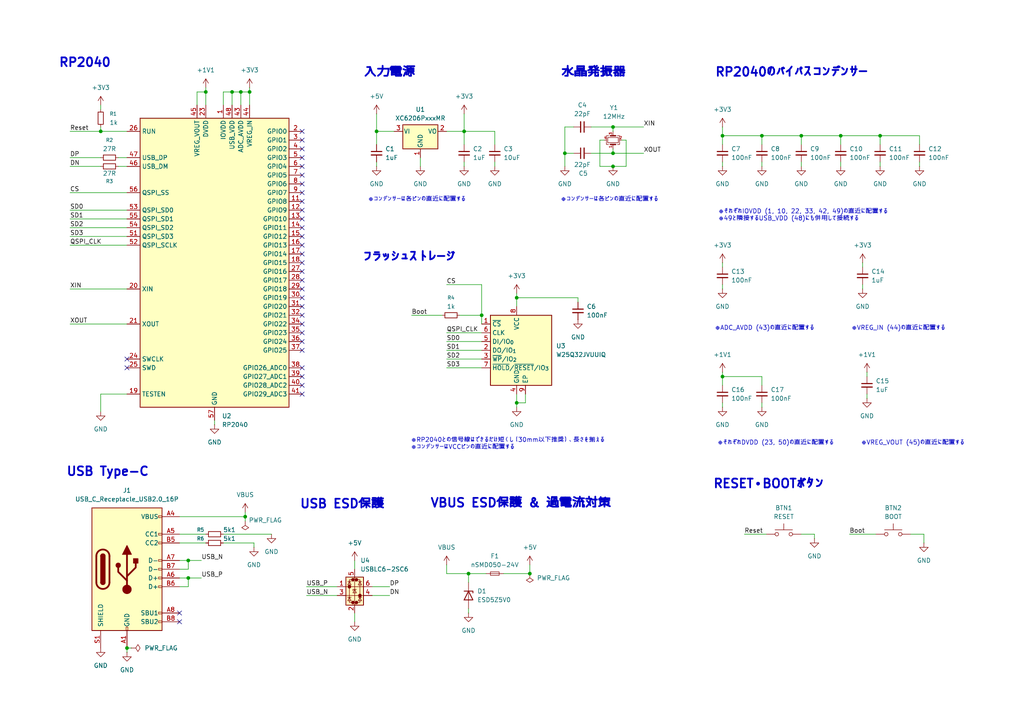
<source format=kicad_sch>
(kicad_sch (version 20250114) (generator "eeschema") (generator_version "9.0")
  (paper "A4")
  (title_block (title "キーボード開発用RP2040テンプレート"))
  (lib_symbols
    (symbol "Connector:USB_C_Receptacle_USB2.0_16P" (pin_names (offset 1.016))
      (property "Reference" "J" (at 0 22.225 0))
      (property "Value" "USB_C_Receptacle_USB2.0_16P" (at 0 19.685 0))
      (symbol "USB_C_Receptacle_USB2.0_16P_1_1"
        (pin passive line (at -7.62 -22.86 90) (length 5.08) (name "SHIELD") (number "S1"))
        (pin passive line (at 0 -22.86 90) (length 5.08) (name "GND") (number "A1"))
        (pin passive line (at 0 -22.86 90) (length 5.08) (hide yes) (name "GND") (number "A12"))
        (pin passive line (at 0 -22.86 90) (length 5.08) (hide yes) (name "GND") (number "B1"))
        (pin passive line (at 0 -22.86 90) (length 5.08) (hide yes) (name "GND") (number "B12"))
        (pin passive line (at 15.24 15.24 180) (length 5.08) (name "VBUS") (number "A4"))
        (pin passive line (at 15.24 15.24 180) (length 5.08) (hide yes) (name "VBUS") (number "A9"))
        (pin passive line (at 15.24 15.24 180) (length 5.08) (hide yes) (name "VBUS") (number "B4"))
        (pin passive line (at 15.24 15.24 180) (length 5.08) (hide yes) (name "VBUS") (number "B9"))
        (pin bidirectional line (at 15.24 10.16 180) (length 5.08) (name "CC1") (number "A5"))
        (pin bidirectional line (at 15.24 7.62 180) (length 5.08) (name "CC2") (number "B5"))
        (pin bidirectional line (at 15.24 2.54 180) (length 5.08) (name "D-") (number "A7"))
        (pin bidirectional line (at 15.24 0 180) (length 5.08) (name "D-") (number "B7"))
        (pin bidirectional line (at 15.24 -2.54 180) (length 5.08) (name "D+") (number "A6"))
        (pin bidirectional line (at 15.24 -5.08 180) (length 5.08) (name "D+") (number "B6"))
        (pin bidirectional line (at 15.24 -12.7 180) (length 5.08) (name "SBU1") (number "A8"))
        (pin bidirectional line (at 15.24 -15.24 180) (length 5.08) (name "SBU2") (number "B8"))
      )
    )
    (symbol "Device:C_Small" (pin_numbers (hide yes)) (pin_names (offset 0.254) (hide yes))
      (property "Reference" "C" (at 0.254 1.778 0))
      (property "Value" "C_Small" (at 0.254 -2.032 0))
      (symbol "C_Small_1_1"
        (pin passive line (at 0 2.54 270) (length 2.032) (name "~") (number "1"))
        (pin passive line (at 0 -2.54 90) (length 2.032) (name "~") (number "2"))
      )
    )
    (symbol "Device:Crystal_GND24_Small" (pin_names (offset 1.016) (hide yes))
      (property "Reference" "Y" (at 1.27 4.445 0))
      (property "Value" "Crystal_GND24_Small" (at 1.27 2.54 0))
      (symbol "Crystal_GND24_Small_1_1"
        (pin passive line (at -2.54 0 0) (length 1.27) (name "1") (number "1"))
        (pin passive line (at 0 2.54 270) (length 0.635) (name "4") (number "4"))
        (pin passive line (at 0 -2.54 90) (length 0.635) (name "2") (number "2"))
        (pin passive line (at 2.54 0 180) (length 1.27) (name "3") (number "3"))
      )
    )
    (symbol "Device:Fuse_Small" (pin_numbers (hide yes)) (pin_names (offset 0.254) (hide yes))
      (property "Reference" "F" (at 0 -1.524 0))
      (property "Value" "Fuse_Small" (at 0 1.524 0))
      (symbol "Fuse_Small_1_1"
        (pin passive line (at -2.54 0 0) (length 1.27) (name "~") (number "1"))
        (pin passive line (at 2.54 0 180) (length 1.27) (name "~") (number "2"))
      )
    )
    (symbol "Device:R_Small" (pin_numbers (hide yes)) (pin_names (offset 0.254) (hide yes))
      (property "Reference" "R" (at 0 0 90))
      (property "Value" "R_Small" (at 1.778 0 90))
      (symbol "R_Small_1_1"
        (pin passive line (at 0 2.54 270) (length 0.762) (name "~") (number "1"))
        (pin passive line (at 0 -2.54 90) (length 0.762) (name "~") (number "2"))
      )
    )
    (symbol "Diode:ESD5Zxx" (pin_numbers (hide yes)) (pin_names (hide yes))
      (property "Reference" "D" (at 0 2.54 0))
      (property "Value" "ESD5Zxx" (at 0 -2.54 0))
      (symbol "ESD5Zxx_1_1"
        (pin passive line (at -3.81 0 0) (length 2.54) (name "K") (number "1"))
        (pin passive line (at 3.81 0 180) (length 2.54) (name "A") (number "2"))
      )
    )
    (symbol "MCU_RaspberryPi:RP2040"
      (property "Reference" "U" (at 17.78 45.72 0))
      (property "Value" "RP2040" (at 17.78 43.18 0))
      (symbol "RP2040_1_1"
        (pin input line (at -25.4 38.1 0) (length 3.81) (name "RUN") (number "26"))
        (pin bidirectional line (at -25.4 30.48 0) (length 3.81) (name "USB_DP") (number "47"))
        (pin bidirectional line (at -25.4 27.94 0) (length 3.81) (name "USB_DM") (number "46"))
        (pin bidirectional line (at -25.4 20.32 0) (length 3.81) (name "QSPI_SS") (number "56"))
        (pin bidirectional line (at -25.4 15.24 0) (length 3.81) (name "QSPI_SD0") (number "53"))
        (pin bidirectional line (at -25.4 12.7 0) (length 3.81) (name "QSPI_SD1") (number "55"))
        (pin bidirectional line (at -25.4 10.16 0) (length 3.81) (name "QSPI_SD2") (number "54"))
        (pin bidirectional line (at -25.4 7.62 0) (length 3.81) (name "QSPI_SD3") (number "51"))
        (pin output line (at -25.4 5.08 0) (length 3.81) (name "QSPI_SCLK") (number "52"))
        (pin input line (at -25.4 -7.62 0) (length 3.81) (name "XIN") (number "20"))
        (pin passive line (at -25.4 -17.78 0) (length 3.81) (name "XOUT") (number "21"))
        (pin input line (at -25.4 -27.94 0) (length 3.81) (name "SWCLK") (number "24"))
        (pin bidirectional line (at -25.4 -30.48 0) (length 3.81) (name "SWD") (number "25"))
        (pin input line (at -25.4 -38.1 0) (length 3.81) (name "TESTEN") (number "19"))
        (pin power_out line (at -5.08 45.72 270) (length 3.81) (name "VREG_VOUT") (number "45"))
        (pin power_in line (at -2.54 45.72 270) (length 3.81) (name "DVDD") (number "23"))
        (pin passive line (at -2.54 45.72 270) (length 3.81) (hide yes) (name "DVDD") (number "50"))
        (pin power_in line (at 0 -45.72 90) (length 3.81) (name "GND") (number "57"))
        (pin power_in line (at 2.54 45.72 270) (length 3.81) (name "IOVDD") (number "1"))
        (pin passive line (at 2.54 45.72 270) (length 3.81) (hide yes) (name "IOVDD") (number "10"))
        (pin passive line (at 2.54 45.72 270) (length 3.81) (hide yes) (name "IOVDD") (number "22"))
        (pin passive line (at 2.54 45.72 270) (length 3.81) (hide yes) (name "IOVDD") (number "33"))
        (pin passive line (at 2.54 45.72 270) (length 3.81) (hide yes) (name "IOVDD") (number "42"))
        (pin passive line (at 2.54 45.72 270) (length 3.81) (hide yes) (name "IOVDD") (number "49"))
        (pin power_in line (at 5.08 45.72 270) (length 3.81) (name "USB_VDD") (number "48"))
        (pin power_in line (at 7.62 45.72 270) (length 3.81) (name "ADC_AVDD") (number "43"))
        (pin power_in line (at 10.16 45.72 270) (length 3.81) (name "VREG_IN") (number "44"))
        (pin bidirectional line (at 25.4 38.1 180) (length 3.81) (name "GPIO0") (number "2"))
        (pin bidirectional line (at 25.4 35.56 180) (length 3.81) (name "GPIO1") (number "3"))
        (pin bidirectional line (at 25.4 33.02 180) (length 3.81) (name "GPIO2") (number "4"))
        (pin bidirectional line (at 25.4 30.48 180) (length 3.81) (name "GPIO3") (number "5"))
        (pin bidirectional line (at 25.4 27.94 180) (length 3.81) (name "GPIO4") (number "6"))
        (pin bidirectional line (at 25.4 25.4 180) (length 3.81) (name "GPIO5") (number "7"))
        (pin bidirectional line (at 25.4 22.86 180) (length 3.81) (name "GPIO6") (number "8"))
        (pin bidirectional line (at 25.4 20.32 180) (length 3.81) (name "GPIO7") (number "9"))
        (pin bidirectional line (at 25.4 17.78 180) (length 3.81) (name "GPIO8") (number "11"))
        (pin bidirectional line (at 25.4 15.24 180) (length 3.81) (name "GPIO9") (number "12"))
        (pin bidirectional line (at 25.4 12.7 180) (length 3.81) (name "GPIO10") (number "13"))
        (pin bidirectional line (at 25.4 10.16 180) (length 3.81) (name "GPIO11") (number "14"))
        (pin bidirectional line (at 25.4 7.62 180) (length 3.81) (name "GPIO12") (number "15"))
        (pin bidirectional line (at 25.4 5.08 180) (length 3.81) (name "GPIO13") (number "16"))
        (pin bidirectional line (at 25.4 2.54 180) (length 3.81) (name "GPIO14") (number "17"))
        (pin bidirectional line (at 25.4 0 180) (length 3.81) (name "GPIO15") (number "18"))
        (pin bidirectional line (at 25.4 -2.54 180) (length 3.81) (name "GPIO16") (number "27"))
        (pin bidirectional line (at 25.4 -5.08 180) (length 3.81) (name "GPIO17") (number "28"))
        (pin bidirectional line (at 25.4 -7.62 180) (length 3.81) (name "GPIO18") (number "29"))
        (pin bidirectional line (at 25.4 -10.16 180) (length 3.81) (name "GPIO19") (number "30"))
        (pin bidirectional line (at 25.4 -12.7 180) (length 3.81) (name "GPIO20") (number "31"))
        (pin bidirectional line (at 25.4 -15.24 180) (length 3.81) (name "GPIO21") (number "32"))
        (pin bidirectional line (at 25.4 -17.78 180) (length 3.81) (name "GPIO22") (number "34"))
        (pin bidirectional line (at 25.4 -20.32 180) (length 3.81) (name "GPIO23") (number "35"))
        (pin bidirectional line (at 25.4 -22.86 180) (length 3.81) (name "GPIO24") (number "36"))
        (pin bidirectional line (at 25.4 -25.4 180) (length 3.81) (name "GPIO25") (number "37"))
        (pin bidirectional line (at 25.4 -30.48 180) (length 3.81) (name "GPIO26_ADC0") (number "38"))
        (pin bidirectional line (at 25.4 -33.02 180) (length 3.81) (name "GPIO27_ADC1") (number "39"))
        (pin bidirectional line (at 25.4 -35.56 180) (length 3.81) (name "GPIO28_ADC2") (number "40"))
        (pin bidirectional line (at 25.4 -38.1 180) (length 3.81) (name "GPIO29_ADC3") (number "41"))
      )
    )
    (symbol "Memory_Flash:W25Q32JVZP"
      (property "Reference" "U" (at -6.35 11.43 0))
      (property "Value" "W25Q32JVZP" (at 7.62 11.43 0))
      (symbol "W25Q32JVZP_1_1"
        (pin input line (at -10.16 7.62 0) (length 2.54) (name "~{CS}") (number "1"))
        (pin input line (at -10.16 5.08 0) (length 2.54) (name "CLK") (number "6"))
        (pin bidirectional line (at -10.16 2.54 0) (length 2.54) (name "DI/IO_{0}") (number "5"))
        (pin bidirectional line (at -10.16 0 0) (length 2.54) (name "DO/IO_{1}") (number "2"))
        (pin bidirectional line (at -10.16 -2.54 0) (length 2.54) (name "~{WP}/IO_{2}") (number "3"))
        (pin bidirectional line (at -10.16 -5.08 0) (length 2.54) (name "~{HOLD}/~{RESET}/IO_{3}") (number "7"))
        (pin power_in line (at 0 12.7 270) (length 2.54) (name "VCC") (number "8"))
        (pin power_in line (at 0 -12.7 90) (length 2.54) (name "GND") (number "4"))
        (pin passive line (at 2.54 -12.7 90) (length 2.54) (name "EP") (number "9"))
      )
    )
    (symbol "Power_Protection:USBLC6-2SC6" (pin_names (hide yes))
      (property "Reference" "U" (at 0.635 5.715 0))
      (property "Value" "USBLC6-2SC6" (at 0.635 3.81 0))
      (symbol "USBLC6-2SC6_1_1"
        (pin passive line (at -5.08 0 0) (length 2.54) (name "I/O1") (number "1"))
        (pin passive line (at -5.08 -2.54 0) (length 2.54) (name "I/O2") (number "3"))
        (pin passive line (at 0 5.08 270) (length 2.54) (name "VBUS") (number "5"))
        (pin passive line (at 0 -7.62 90) (length 2.54) (name "GND") (number "2"))
        (pin passive line (at 5.08 0 180) (length 2.54) (name "I/O1") (number "6"))
        (pin passive line (at 5.08 -2.54 180) (length 2.54) (name "I/O2") (number "4"))
      )
    )
    (symbol "Regulator_Linear:XC6206PxxxMR" (pin_names (offset 0.254))
      (property "Reference" "U" (at -3.81 3.175 0))
      (property "Value" "XC6206PxxxMR" (at 0 3.175 0))
      (symbol "XC6206PxxxMR_1_1"
        (pin power_in line (at -7.62 0 0) (length 2.54) (name "VI") (number "3"))
        (pin power_in line (at 0 -7.62 90) (length 2.54) (name "GND") (number "1"))
        (pin power_out line (at 7.62 0 180) (length 2.54) (name "VO") (number "2"))
      )
    )
    (symbol "Switch:SW_Push" (pin_numbers (hide yes)) (pin_names (offset 1.016) (hide yes))
      (property "Reference" "SW" (at 1.27 2.54 0))
      (property "Value" "SW_Push" (at 0 -1.524 0))
      (symbol "SW_Push_0_1"
        (pin passive line (at -5.08 0 0) (length 2.54) (name "1") (number "1"))
        (pin passive line (at 5.08 0 180) (length 2.54) (name "2") (number "2"))
      )
    )
    (symbol "power:+1V1" (power) (pin_numbers (hide yes)) (pin_names (offset 0) (hide yes))
      (property "Value" "+1V1" (at 0 3.556 0))
      (symbol "+1V1_1_1"
        (pin power_in line (at 0 0 90) (length 0) (name "~") (number "1"))
      )
    )
    (symbol "power:+3V3" (power) (pin_numbers (hide yes)) (pin_names (offset 0) (hide yes))
      (property "Value" "+3V3" (at 0 3.556 0))
      (symbol "+3V3_1_1"
        (pin power_in line (at 0 0 90) (length 0) (name "~") (number "1"))
      )
    )
    (symbol "power:+5V" (power) (pin_numbers (hide yes)) (pin_names (offset 0) (hide yes))
      (property "Value" "+5V" (at 0 3.556 0))
      (symbol "+5V_1_1"
        (pin power_in line (at 0 0 90) (length 0) (name "~") (number "1"))
      )
    )
    (symbol "power:GND" (power) (pin_numbers (hide yes)) (pin_names (offset 0) (hide yes))
      (property "Value" "GND" (at 0 -3.81 0))
      (symbol "GND_1_1"
        (pin power_in line (at 0 0 270) (length 0) (name "~") (number "1"))
      )
    )
    (symbol "power:PWR_FLAG" (power) (pin_numbers (hide yes)) (pin_names (offset 0) (hide yes))
      (property "Value" "PWR_FLAG" (at 0 3.81 0))
      (symbol "PWR_FLAG_0_0"
        (pin power_out line (at 0 0 90) (length 0) (name "~") (number "1"))
      )
    )
    (symbol "power:VBUS" (power) (pin_numbers (hide yes)) (pin_names (offset 0) (hide yes))
      (property "Value" "VBUS" (at 0 3.556 0))
      (symbol "VBUS_1_1"
        (pin power_in line (at 0 0 90) (length 0) (name "~") (number "1"))
      )
    )
  )
  (text "USB Type-C" (at 31.242 136.906 0) (effects (font (size 2.54 2.54) (thickness 0.508) (bold yes))))
  (text "※RP2040との信号線はできるだけ短くし（30mm以下推奨）、長さを揃える\n※コンデンサーはVCCピンの直近に配置する" (at 119.126 128.778 0) (effects (font (size 1.27 1.27)) (justify left)))
  (text "※コンデンサーは各ピンの直近に配置する" (at 176.784 57.912 0) (effects (font (size 1.27 1.27))))
  (text "USB ESD保護" (at 99.314 146.304 0) (effects (font (size 2.54 2.54) (thickness 0.508) (bold yes))))
  (text "入力電源" (at 113.03 21.082 0) (effects (font (size 2.54 2.54) (thickness 0.508) (bold yes))))
  (text "※VREG_IN (44)の直近に配置する" (at 246.888 95.25 0) (effects (font (size 1.27 1.27)) (justify left)))
  (text "VBUS ESD保護 & 過電流対策" (at 151.13 146.05 0) (effects (font (size 2.54 2.54) (thickness 0.508) (bold yes))))
  (text "RP2040" (at 24.638 18.288 0) (effects (font (size 2.54 2.54) (thickness 0.508) (bold yes))))
  (text "RP2040のバイパスコンデンサー" (at 229.616 21.082 0) (effects (font (size 2.54 2.54) (thickness 0.508) (bold yes))))
  (text "RESET・BOOTボタン" (at 223.012 140.462 0) (effects (font (size 2.54 2.54) (thickness 0.508) (bold yes))))
  (text "※それぞれDVDD (23, 50)の直近に配置する" (at 208.026 128.524 0) (effects (font (size 1.27 1.27)) (justify left)))
  (text "※VREG_VOUT (45)の直近に配置する" (at 249.682 128.524 0) (effects (font (size 1.27 1.27)) (justify left)))
  (text "※ADC_AVDD (43)の直近に配置する" (at 207.264 95.25 0) (effects (font (size 1.27 1.27)) (justify left)))
  (text "フラッシュストレージ" (at 118.618 74.676 0) (effects (font (size 2.54 2.54) (thickness 0.508) (bold yes))))
  (text "水晶発振器" (at 172.212 21.082 0) (effects (font (size 2.54 2.54) (thickness 0.508) (bold yes))))
  (text "※それぞれIOVDD (1, 10, 22, 33, 42, 49)の直近に配置する\n※49と隣接するUSB_VDD (48)にも併用して接続する" (at 208.28 62.484 0) (effects (font (size 1.27 1.27)) (justify left)))
  (text "※コンデンサーは各ピンの直近に配置する" (at 120.904 57.912 0) (effects (font (size 1.27 1.27))))
  (junction (at 134.62 38.1))
  (junction (at 177.8 48.26))
  (junction (at 153.67 166.37))
  (junction (at 71.12 149.86))
  (junction (at 139.7 91.44))
  (junction (at 59.69 26.67))
  (junction (at 209.55 39.37))
  (junction (at 54.61 162.56))
  (junction (at 163.83 44.45))
  (junction (at 243.84 39.37))
  (junction (at 54.61 167.64))
  (junction (at 109.22 38.1))
  (junction (at 232.41 39.37))
  (junction (at 149.86 116.84))
  (junction (at 220.98 39.37))
  (junction (at 72.39 26.67))
  (junction (at 255.27 39.37))
  (junction (at 149.86 86.36))
  (junction (at 177.8 44.45))
  (junction (at 177.8 36.83))
  (junction (at 67.31 26.67))
  (junction (at 29.21 38.1))
  (junction (at 209.55 109.22))
  (junction (at 36.83 187.96))
  (junction (at 69.85 26.67))
  (junction (at 135.89 166.37))
  (no_connect (at 87.63 38.1))
  (no_connect (at 87.63 40.64))
  (no_connect (at 87.63 106.68))
  (no_connect (at 87.63 91.44))
  (no_connect (at 87.63 63.5))
  (no_connect (at 87.63 111.76))
  (no_connect (at 87.63 86.36))
  (no_connect (at 87.63 71.12))
  (no_connect (at 36.83 106.68))
  (no_connect (at 36.83 104.14))
  (no_connect (at 87.63 55.88))
  (no_connect (at 87.63 60.96))
  (no_connect (at 87.63 68.58))
  (no_connect (at 87.63 58.42))
  (no_connect (at 87.63 109.22))
  (no_connect (at 87.63 88.9))
  (no_connect (at 87.63 83.82))
  (no_connect (at 87.63 93.98))
  (no_connect (at 52.07 177.8))
  (no_connect (at 87.63 76.2))
  (no_connect (at 87.63 43.18))
  (no_connect (at 87.63 81.28))
  (no_connect (at 87.63 73.66))
  (no_connect (at 87.63 114.3))
  (no_connect (at 87.63 53.34))
  (no_connect (at 87.63 45.72))
  (no_connect (at 87.63 96.52))
  (no_connect (at 87.63 99.06))
  (no_connect (at 87.63 50.8))
  (no_connect (at 87.63 101.6))
  (no_connect (at 87.63 78.74))
  (no_connect (at 87.63 48.26))
  (no_connect (at 52.07 180.34))
  (no_connect (at 87.63 66.04))
  (wire (pts (xy 129.54 99.06) (xy 139.7 99.06)))
  (wire (pts (xy 20.32 83.82) (xy 36.83 83.82)))
  (wire (pts (xy 54.61 162.56) (xy 52.07 162.56)))
  (wire (pts (xy 129.54 82.55) (xy 139.7 82.55)))
  (wire (pts (xy 129.54 101.6) (xy 139.7 101.6)))
  (wire (pts (xy 177.8 44.45) (xy 177.8 43.18)))
  (wire (pts (xy 88.9 172.72) (xy 97.79 172.72)))
  (wire (pts (xy 173.99 48.26) (xy 177.8 48.26)))
  (wire (pts (xy 71.12 148.59) (xy 71.12 149.86)))
  (wire (pts (xy 134.62 41.91) (xy 134.62 38.1)))
  (wire (pts (xy 153.67 163.83) (xy 153.67 166.37)))
  (wire (pts (xy 209.55 76.2) (xy 209.55 77.47)))
  (wire (pts (xy 149.86 86.36) (xy 149.86 88.9)))
  (wire (pts (xy 209.55 118.11) (xy 209.55 116.84)))
  (wire (pts (xy 69.85 26.67) (xy 67.31 26.67)))
  (wire (pts (xy 129.54 106.68) (xy 139.7 106.68)))
  (wire (pts (xy 64.77 26.67) (xy 64.77 30.48)))
  (wire (pts (xy 29.21 30.48) (xy 29.21 31.75)))
  (wire (pts (xy 72.39 25.4) (xy 72.39 26.67)))
  (wire (pts (xy 220.98 48.26) (xy 220.98 46.99)))
  (wire (pts (xy 220.98 39.37) (xy 232.41 39.37)))
  (wire (pts (xy 59.69 26.67) (xy 57.15 26.67)))
  (wire (pts (xy 246.38 154.94) (xy 254 154.94)))
  (wire (pts (xy 177.8 48.26) (xy 181.61 48.26)))
  (wire (pts (xy 67.31 26.67) (xy 64.77 26.67)))
  (wire (pts (xy 209.55 48.26) (xy 209.55 46.99)))
  (wire (pts (xy 102.87 180.34) (xy 102.87 177.8)))
  (wire (pts (xy 71.12 151.13) (xy 71.12 149.86)))
  (wire (pts (xy 220.98 118.11) (xy 220.98 116.84)))
  (wire (pts (xy 134.62 48.26) (xy 134.62 46.99)))
  (wire (pts (xy 54.61 167.64) (xy 52.07 167.64)))
  (wire (pts (xy 149.86 116.84) (xy 149.86 114.3)))
  (wire (pts (xy 135.89 168.91) (xy 135.89 166.37)))
  (wire (pts (xy 134.62 33.02) (xy 134.62 38.1)))
  (wire (pts (xy 102.87 162.56) (xy 102.87 165.1)))
  (wire (pts (xy 29.21 36.83) (xy 29.21 38.1)))
  (wire (pts (xy 149.86 118.11) (xy 149.86 116.84)))
  (wire (pts (xy 152.4 116.84) (xy 149.86 116.84)))
  (wire (pts (xy 163.83 44.45) (xy 163.83 36.83)))
  (wire (pts (xy 215.9 154.94) (xy 222.25 154.94)))
  (wire (pts (xy 29.21 114.3) (xy 36.83 114.3)))
  (wire (pts (xy 209.55 82.55) (xy 209.55 83.82)))
  (wire (pts (xy 173.99 40.64) (xy 173.99 48.26)))
  (wire (pts (xy 135.89 177.8) (xy 135.89 176.53)))
  (wire (pts (xy 52.07 170.18) (xy 54.61 170.18)))
  (wire (pts (xy 255.27 39.37) (xy 255.27 41.91)))
  (wire (pts (xy 209.55 109.22) (xy 220.98 109.22)))
  (wire (pts (xy 109.22 38.1) (xy 114.3 38.1)))
  (wire (pts (xy 251.46 107.95) (xy 251.46 109.22)))
  (wire (pts (xy 121.92 48.26) (xy 121.92 45.72)))
  (wire (pts (xy 52.07 157.48) (xy 59.69 157.48)))
  (wire (pts (xy 88.9 170.18) (xy 97.79 170.18)))
  (wire (pts (xy 143.51 38.1) (xy 143.51 41.91)))
  (wire (pts (xy 129.54 163.83) (xy 129.54 166.37)))
  (wire (pts (xy 243.84 39.37) (xy 243.84 41.91)))
  (wire (pts (xy 20.32 48.26) (xy 29.21 48.26)))
  (wire (pts (xy 20.32 60.96) (xy 36.83 60.96)))
  (wire (pts (xy 163.83 48.26) (xy 163.83 44.45)))
  (wire (pts (xy 38.1 187.96) (xy 36.83 187.96)))
  (wire (pts (xy 62.23 123.19) (xy 62.23 121.92)))
  (wire (pts (xy 186.69 44.45) (xy 177.8 44.45)))
  (wire (pts (xy 186.69 36.83) (xy 177.8 36.83)))
  (wire (pts (xy 220.98 109.22) (xy 220.98 111.76)))
  (wire (pts (xy 209.55 111.76) (xy 209.55 109.22)))
  (wire (pts (xy 73.66 157.48) (xy 73.66 158.75)))
  (wire (pts (xy 20.32 93.98) (xy 36.83 93.98)))
  (wire (pts (xy 236.22 154.94) (xy 232.41 154.94)))
  (wire (pts (xy 163.83 36.83) (xy 166.37 36.83)))
  (wire (pts (xy 209.55 39.37) (xy 220.98 39.37)))
  (wire (pts (xy 34.29 48.26) (xy 36.83 48.26)))
  (wire (pts (xy 20.32 55.88) (xy 36.83 55.88)))
  (wire (pts (xy 52.07 165.1) (xy 54.61 165.1)))
  (wire (pts (xy 36.83 189.23) (xy 36.83 187.96)))
  (wire (pts (xy 29.21 38.1) (xy 36.83 38.1)))
  (wire (pts (xy 109.22 33.02) (xy 109.22 38.1)))
  (wire (pts (xy 255.27 48.26) (xy 255.27 46.99)))
  (wire (pts (xy 139.7 82.55) (xy 139.7 91.44)))
  (wire (pts (xy 72.39 26.67) (xy 72.39 30.48)))
  (wire (pts (xy 267.97 157.48) (xy 267.97 154.94)))
  (wire (pts (xy 209.55 109.22) (xy 209.55 107.95)))
  (wire (pts (xy 250.19 76.2) (xy 250.19 77.47)))
  (wire (pts (xy 177.8 36.83) (xy 177.8 38.1)))
  (wire (pts (xy 149.86 86.36) (xy 167.64 86.36)))
  (wire (pts (xy 119.38 91.44) (xy 128.27 91.44)))
  (wire (pts (xy 59.69 25.4) (xy 59.69 26.67)))
  (wire (pts (xy 20.32 66.04) (xy 36.83 66.04)))
  (wire (pts (xy 20.32 45.72) (xy 29.21 45.72)))
  (wire (pts (xy 64.77 157.48) (xy 73.66 157.48)))
  (wire (pts (xy 34.29 45.72) (xy 36.83 45.72)))
  (wire (pts (xy 129.54 166.37) (xy 135.89 166.37)))
  (wire (pts (xy 267.97 154.94) (xy 264.16 154.94)))
  (wire (pts (xy 266.7 48.26) (xy 266.7 46.99)))
  (wire (pts (xy 209.55 39.37) (xy 209.55 36.83)))
  (wire (pts (xy 149.86 85.09) (xy 149.86 86.36)))
  (wire (pts (xy 59.69 26.67) (xy 59.69 30.48)))
  (wire (pts (xy 243.84 39.37) (xy 255.27 39.37)))
  (wire (pts (xy 152.4 114.3) (xy 152.4 116.84)))
  (wire (pts (xy 20.32 71.12) (xy 36.83 71.12)))
  (wire (pts (xy 167.64 86.36) (xy 167.64 87.63)))
  (wire (pts (xy 251.46 114.3) (xy 251.46 115.57)))
  (wire (pts (xy 243.84 48.26) (xy 243.84 46.99)))
  (wire (pts (xy 59.69 154.94) (xy 52.07 154.94)))
  (wire (pts (xy 153.67 166.37) (xy 146.05 166.37)))
  (wire (pts (xy 113.03 172.72) (xy 107.95 172.72)))
  (wire (pts (xy 232.41 39.37) (xy 232.41 41.91)))
  (wire (pts (xy 54.61 167.64) (xy 54.61 170.18)))
  (wire (pts (xy 171.45 44.45) (xy 177.8 44.45)))
  (wire (pts (xy 72.39 26.67) (xy 69.85 26.67)))
  (wire (pts (xy 52.07 149.86) (xy 71.12 149.86)))
  (wire (pts (xy 58.42 167.64) (xy 54.61 167.64)))
  (wire (pts (xy 163.83 44.45) (xy 166.37 44.45)))
  (wire (pts (xy 236.22 156.21) (xy 236.22 154.94)))
  (wire (pts (xy 129.54 96.52) (xy 139.7 96.52)))
  (wire (pts (xy 134.62 38.1) (xy 143.51 38.1)))
  (wire (pts (xy 113.03 170.18) (xy 107.95 170.18)))
  (wire (pts (xy 54.61 162.56) (xy 54.61 165.1)))
  (wire (pts (xy 109.22 48.26) (xy 109.22 46.99)))
  (wire (pts (xy 175.26 40.64) (xy 173.99 40.64)))
  (wire (pts (xy 20.32 68.58) (xy 36.83 68.58)))
  (wire (pts (xy 266.7 39.37) (xy 266.7 41.91)))
  (wire (pts (xy 139.7 91.44) (xy 139.7 93.98)))
  (wire (pts (xy 57.15 26.67) (xy 57.15 30.48)))
  (wire (pts (xy 181.61 40.64) (xy 180.34 40.64)))
  (wire (pts (xy 133.35 91.44) (xy 139.7 91.44)))
  (wire (pts (xy 232.41 48.26) (xy 232.41 46.99)))
  (wire (pts (xy 109.22 41.91) (xy 109.22 38.1)))
  (wire (pts (xy 129.54 104.14) (xy 139.7 104.14)))
  (wire (pts (xy 181.61 48.26) (xy 181.61 40.64)))
  (wire (pts (xy 171.45 36.83) (xy 177.8 36.83)))
  (wire (pts (xy 58.42 162.56) (xy 54.61 162.56)))
  (wire (pts (xy 143.51 48.26) (xy 143.51 46.99)))
  (wire (pts (xy 29.21 119.38) (xy 29.21 114.3)))
  (wire (pts (xy 69.85 26.67) (xy 69.85 30.48)))
  (wire (pts (xy 135.89 166.37) (xy 140.97 166.37)))
  (wire (pts (xy 209.55 41.91) (xy 209.55 39.37)))
  (wire (pts (xy 134.62 38.1) (xy 129.54 38.1)))
  (wire (pts (xy 250.19 82.55) (xy 250.19 83.82)))
  (wire (pts (xy 232.41 39.37) (xy 243.84 39.37)))
  (wire (pts (xy 67.31 26.67) (xy 67.31 30.48)))
  (wire (pts (xy 220.98 39.37) (xy 220.98 41.91)))
  (wire (pts (xy 64.77 154.94) (xy 78.74 154.94)))
  (wire (pts (xy 255.27 39.37) (xy 266.7 39.37)))
  (wire (pts (xy 20.32 63.5) (xy 36.83 63.5)))
  (wire (pts (xy 20.32 38.1) (xy 29.21 38.1)))
  (label "DP" (at 20.32 45.72 0))
  (label "QSPI_CLK" (at 20.32 71.12 0))
  (label "SD0" (at 20.32 60.96 0))
  (label "QSPI_CLK" (at 129.54 96.52 0))
  (label "XIN" (at 20.32 83.82 0) (effects (font (thickness 0.1588))))
  (label "SD2" (at 129.54 104.14 0))
  (label "SD1" (at 20.32 63.5 0))
  (label "SD0" (at 129.54 99.06 0))
  (label "SD2" (at 20.32 66.04 0))
  (label "CS" (at 20.32 55.88 0))
  (label "DN" (at 20.32 48.26 0))
  (label "SD1" (at 129.54 101.6 0))
  (label "USB_N" (at 88.9 172.72 0))
  (label "Boot" (at 119.38 91.44 0))
  (label "USB_N" (at 58.42 162.56 0))
  (label "SD3" (at 20.32 68.58 0))
  (label "Reset" (at 215.9 154.94 0))
  (label "XOUT" (at 20.32 93.98 0) (effects (font (thickness 0.1588))))
  (label "XIN" (at 186.69 36.83 0) (effects (font (thickness 0.1588))))
  (label "USB_P" (at 58.42 167.64 0))
  (label "USB_P" (at 88.9 170.18 0))
  (label "CS" (at 129.54 82.55 0))
  (label "Boot" (at 246.38 154.94 0))
  (label "XOUT" (at 186.69 44.45 0) (effects (font (thickness 0.1588))))
  (label "Reset" (at 20.32 38.1 0))
  (label "DP" (at 113.03 170.18 0))
  (label "DN" (at 113.03 172.72 0))
  (label "SD3" (at 129.54 106.68 0))
  (symbol (lib_id "Device:C_Small") (at 220.98 114.3 0) (unit 1)
    (property "Reference" "C17" (at 223.52 113.0362 0) (effects (justify left)))
    (property "Value" "100nF" (at 223.52 115.5762 0) (effects (justify left)))
    (property "Footprint" "Capacitor_SMD:C_0402_1005Metric" (effects (hide yes)))
    (property "Description" "Unpolarized capacitor, small symbol" (effects (hide yes)))
    (property "LCSC" "C1525" (effects (hide yes)))
    (property "MPN" "CL05B104KO5NNNC" (effects (hide yes)))
  )
  (symbol (lib_id "power:GND") (at 236.22 156.21 0) (unit 1)
    (property "Reference" "#PWR037" (effects (hide yes)))
    (property "Value" "GND" (at 236.22 161.29 0))
    (property "Description" "Power symbol creates a global label with name \"GND\" , ground" (effects (hide yes)))
  )
  (symbol (lib_id "power:GND") (at 36.83 189.23 0) (unit 1)
    (property "Reference" "#PWR041" (effects (hide yes)))
    (property "Value" "GND" (at 36.83 194.31 0))
    (property "Description" "Power symbol creates a global label with name \"GND\" , ground" (effects (hide yes)))
  )
  (symbol (lib_id "power:PWR_FLAG") (at 38.1 187.96 270) (unit 1)
    (property "Reference" "#FLG03" (effects (hide yes)))
    (property "Value" "PWR_FLAG" (at 41.91 187.9599 90) (effects (justify left)))
    (property "Description" "Special symbol for telling ERC where power comes from" (effects (hide yes)))
  )
  (symbol (lib_id "power:GND") (at 29.21 119.38 0) (unit 1)
    (property "Reference" "#PWR028" (effects (hide yes)))
    (property "Value" "GND" (at 29.21 124.46 0))
    (property "Description" "Power symbol creates a global label with name \"GND\" , ground" (effects (hide yes)))
  )
  (symbol (lib_id "power:GND") (at 267.97 157.48 0) (unit 1)
    (property "Reference" "#PWR039" (effects (hide yes)))
    (property "Value" "GND" (at 267.97 162.56 0))
    (property "Description" "Power symbol creates a global label with name \"GND\" , ground" (effects (hide yes)))
  )
  (symbol (lib_id "Device:C_Small") (at 209.55 80.01 0) (unit 1)
    (property "Reference" "C13" (at 212.09 78.7462 0) (effects (justify left)))
    (property "Value" "100nF" (at 212.09 81.2862 0) (effects (justify left)))
    (property "Footprint" "Capacitor_SMD:C_0402_1005Metric" (effects (hide yes)))
    (property "Description" "Unpolarized capacitor, small symbol" (effects (hide yes)))
    (property "LCSC" "C1525" (effects (hide yes)))
    (property "MPN" "CL05B104KO5NNNC" (effects (hide yes)))
  )
  (symbol (lib_id "power:GND") (at 135.89 177.8 0) (unit 1)
    (property "Reference" "#PWR043" (effects (hide yes)))
    (property "Value" "GND" (at 135.89 182.88 0))
    (property "Description" "Power symbol creates a global label with name \"GND\" , ground" (effects (hide yes)))
  )
  (symbol (lib_id "Diode:ESD5Zxx") (at 135.89 172.72 270) (unit 1)
    (property "Reference" "D1" (at 138.43 171.4499 90) (effects (justify left)))
    (property "Value" "ESD5Z5V0" (at 138.43 173.9899 90) (effects (justify left)))
    (property "Footprint" "Diode_SMD:D_SOD-523" (effects (hide yes)))
    (property "Datasheet" "https://www.onsemi.com/pdf/datasheet/esd5z2.5t1-d.pdf" (effects (hide yes)))
    (property "Description" "ESD Protection Diode, SOD-523" (effects (hide yes)))
    (property "LCSC" "C502546" (effects (hide yes)))
    (property "MPN" "ESD5Z5V0" (effects (hide yes)))
  )
  (symbol (lib_id "power:GND") (at 266.7 48.26 0) (unit 1)
    (property "Reference" "#PWR018" (effects (hide yes)))
    (property "Value" "GND" (at 266.7 53.34 0))
    (property "Description" "Power symbol creates a global label with name \"GND\" , ground" (effects (hide yes)))
  )
  (symbol (lib_id "power:+1V1") (at 59.69 25.4 0) (unit 1)
    (property "Reference" "#PWR01" (effects (hide yes)))
    (property "Value" "+1V1" (at 59.69 20.32 0))
    (property "Description" "Power symbol creates a global label with name \"+1V1\"" (effects (hide yes)))
  )
  (symbol (lib_id "Memory_Flash:W25Q32JVZP") (at 149.86 101.6 0) (unit 1)
    (property "Reference" "U3" (at 161.29 100.3299 0) (effects (justify left)))
    (property "Value" "W25Q32JVUUIQ" (at 161.29 102.8699 0) (effects (justify left)))
    (property "Footprint" "Package_SON:Winbond_USON-8-2EP_3x4mm_P0.8mm_EP0.2x0.8mm" (effects (hide yes)))
    (property "Datasheet" "http://www.winbond.com/resource-files/w25q32jv%20revg%2003272018%20plus.pdf" (effects (hide yes)))
    (property "LCSC" "C2999380" (effects (hide yes)))
    (property "MPN" "W25Q32JVUUIQ" (effects (hide yes)))
  )
  (symbol (lib_id "power:VBUS") (at 129.54 163.83 0) (unit 1)
    (property "Reference" "#PWR042" (effects (hide yes)))
    (property "Value" "VBUS" (at 129.54 158.75 0))
    (property "Description" "Power symbol creates a global label with name \"VBUS\"" (effects (hide yes)))
  )
  (symbol (lib_id "Device:C_Small") (at 143.51 44.45 0) (unit 1)
    (property "Reference" "C3" (at 146.05 43.1862 0) (effects (justify left)))
    (property "Value" "10uF" (at 146.05 45.7262 0) (effects (justify left)))
    (property "Footprint" "Capacitor_SMD:C_0402_1005Metric" (effects (hide yes)))
    (property "Description" "Unpolarized capacitor, small symbol" (effects (hide yes)))
    (property "LCSC" "C15525" (effects (hide yes)))
    (property "MPN" "CL05A106MQ5NUNC" (effects (hide yes)))
  )
  (symbol (lib_id "power:GND") (at 243.84 48.26 0) (unit 1)
    (property "Reference" "#PWR016" (effects (hide yes)))
    (property "Value" "GND" (at 243.84 53.34 0))
    (property "Description" "Power symbol creates a global label with name \"GND\" , ground" (effects (hide yes)))
  )
  (symbol (lib_id "power:+5V") (at 109.22 33.02 0) (unit 1)
    (property "Reference" "#PWR04" (effects (hide yes)))
    (property "Value" "+5V" (at 109.22 27.94 0))
    (property "Description" "Power symbol creates a global label with name \"+5V\"" (effects (hide yes)))
  )
  (symbol (lib_id "Device:Fuse_Small") (at 143.51 166.37 0) (unit 1)
    (property "Reference" "F1" (at 143.51 161.29 0))
    (property "Value" "nSMD050-24V" (at 143.51 163.83 0))
    (property "Footprint" "Fuse:Fuse_1206_3216Metric" (effects (hide yes)))
    (property "Description" "Fuse, small symbol" (effects (hide yes)))
    (property "LCSC" "C70076" (effects (hide yes)))
    (property "MPN" "nSMD050-24V" (effects (hide yes)))
  )
  (symbol (lib_id "power:GND") (at 209.55 83.82 0) (unit 1)
    (property "Reference" "#PWR022" (effects (hide yes)))
    (property "Value" "GND" (at 209.55 88.9 0))
    (property "Description" "Power symbol creates a global label with name \"GND\" , ground" (effects (hide yes)))
  )
  (symbol (lib_id "Switch:SW_Push") (at 227.33 154.94 0) (unit 1)
    (property "Reference" "BTN1" (at 227.33 147.32 0))
    (property "Value" "RESET" (at 227.33 149.86 0))
    (property "Footprint" "Button_Switch_SMD:SW_SPST_SKQG_WithStem" (effects (hide yes)))
    (property "Description" "Push button switch, generic, two pins" (effects (hide yes)))
    (property "LCSC" "C318884" (effects (hide yes)))
    (property "MPN" "TS-1187A-B-A-B" (effects (hide yes)))
  )
  (symbol (lib_id "power:GND") (at 232.41 48.26 0) (unit 1)
    (property "Reference" "#PWR015" (effects (hide yes)))
    (property "Value" "GND" (at 232.41 53.34 0))
    (property "Description" "Power symbol creates a global label with name \"GND\" , ground" (effects (hide yes)))
  )
  (symbol (lib_id "power:+1V1") (at 209.55 107.95 0) (unit 1)
    (property "Reference" "#PWR025" (effects (hide yes)))
    (property "Value" "+1V1" (at 209.55 102.87 0))
    (property "Description" "Power symbol creates a global label with name \"+1V1\"" (effects (hide yes)))
  )
  (symbol (lib_id "power:GND") (at 220.98 48.26 0) (unit 1)
    (property "Reference" "#PWR014" (effects (hide yes)))
    (property "Value" "GND" (at 220.98 53.34 0))
    (property "Description" "Power symbol creates a global label with name \"GND\" , ground" (effects (hide yes)))
  )
  (symbol (lib_id "Device:R_Small") (at 31.75 48.26 90) (unit 1)
    (property "Reference" "R3" (at 31.75 52.578 90) (effects (font (size 1.016 1.016))))
    (property "Value" "27R" (at 31.75 50.292 90))
    (property "Footprint" "Resistor_SMD:R_0603_1608Metric" (effects (hide yes)))
    (property "Description" "Resistor, small symbol" (effects (hide yes)))
    (property "LCSC" "C25190" (effects (hide yes)))
    (property "MPN" "0603WAF270JT5E" (effects (hide yes)))
  )
  (symbol (lib_id "power:GND") (at 62.23 123.19 0) (unit 1)
    (property "Reference" "#PWR032" (effects (hide yes)))
    (property "Value" "GND" (at 62.23 128.27 0))
    (property "Description" "Power symbol creates a global label with name \"GND\" , ground" (effects (hide yes)))
  )
  (symbol (lib_id "power:GND") (at 250.19 83.82 0) (unit 1)
    (property "Reference" "#PWR023" (effects (hide yes)))
    (property "Value" "GND" (at 250.19 88.9 0))
    (property "Description" "Power symbol creates a global label with name \"GND\" , ground" (effects (hide yes)))
  )
  (symbol (lib_id "power:PWR_FLAG") (at 153.67 166.37 180) (unit 1)
    (property "Reference" "#FLG02" (effects (hide yes)))
    (property "Value" "PWR_FLAG" (at 160.528 167.64 0))
    (property "Description" "Special symbol for telling ERC where power comes from" (effects (hide yes)))
  )
  (symbol (lib_id "Device:R_Small") (at 31.75 45.72 90) (unit 1)
    (property "Reference" "R2" (at 31.75 40.64 90) (effects (font (size 1.016 1.016))))
    (property "Value" "27R" (at 31.75 43.18 90))
    (property "Footprint" "Resistor_SMD:R_0603_1608Metric" (effects (hide yes)))
    (property "Description" "Resistor, small symbol" (effects (hide yes)))
    (property "LCSC" "C25190" (effects (hide yes)))
    (property "MPN" "0603WAF270JT5E" (effects (hide yes)))
  )
  (symbol (lib_id "power:GND") (at 29.21 187.96 0) (unit 1)
    (property "Reference" "#PWR040" (effects (hide yes)))
    (property "Value" "GND" (at 29.21 193.04 0))
    (property "Description" "Power symbol creates a global label with name \"GND\" , ground" (effects (hide yes)))
  )
  (symbol (lib_id "Switch:SW_Push") (at 259.08 154.94 0) (unit 1)
    (property "Reference" "BTN2" (at 259.08 147.32 0))
    (property "Value" "BOOT" (at 259.08 149.86 0))
    (property "Footprint" "Button_Switch_SMD:SW_SPST_SKQG_WithStem" (effects (hide yes)))
    (property "Description" "Push button switch, generic, two pins" (effects (hide yes)))
    (property "LCSC" "C318884" (effects (hide yes)))
    (property "MPN" "TS-1187A-B-A-B" (effects (hide yes)))
  )
  (symbol (lib_id "Device:C_Small") (at 167.64 90.17 0) (unit 1)
    (property "Reference" "C6" (at 170.18 88.9062 0) (effects (justify left)))
    (property "Value" "100nF" (at 170.18 91.4462 0) (effects (justify left)))
    (property "Footprint" "Capacitor_SMD:C_0402_1005Metric" (effects (hide yes)))
    (property "Description" "Unpolarized capacitor, small symbol" (effects (hide yes)))
    (property "LCSC" "C1525" (effects (hide yes)))
    (property "MPN" "CL05B104KO5NNNC" (effects (hide yes)))
  )
  (symbol (lib_id "Device:C_Small") (at 266.7 44.45 0) (unit 1)
    (property "Reference" "C12" (at 269.24 43.1862 0) (effects (justify left)))
    (property "Value" "100nF" (at 269.24 45.7262 0) (effects (justify left)))
    (property "Footprint" "Capacitor_SMD:C_0402_1005Metric" (effects (hide yes)))
    (property "Description" "Unpolarized capacitor, small symbol" (effects (hide yes)))
    (property "LCSC" "C1525" (effects (hide yes)))
    (property "MPN" "CL05B104KO5NNNC" (effects (hide yes)))
  )
  (symbol (lib_id "power:GND") (at 177.8 48.26 0) (unit 1)
    (property "Reference" "#PWR012" (effects (hide yes)))
    (property "Value" "GND" (at 177.8 53.34 0))
    (property "Description" "Power symbol creates a global label with name \"GND\" , ground" (effects (hide yes)))
  )
  (symbol (lib_id "power:GND") (at 163.83 48.26 0) (unit 1)
    (property "Reference" "#PWR011" (effects (hide yes)))
    (property "Value" "GND" (at 163.83 53.34 0))
    (property "Description" "Power symbol creates a global label with name \"GND\" , ground" (effects (hide yes)))
  )
  (symbol (lib_id "Device:C_Small") (at 209.55 44.45 0) (unit 1)
    (property "Reference" "C7" (at 212.09 43.1862 0) (effects (justify left)))
    (property "Value" "100nF" (at 212.09 45.7262 0) (effects (justify left)))
    (property "Footprint" "Capacitor_SMD:C_0402_1005Metric" (effects (hide yes)))
    (property "Description" "Unpolarized capacitor, small symbol" (effects (hide yes)))
    (property "LCSC" "C1525" (effects (hide yes)))
    (property "MPN" "CL05B104KO5NNNC" (effects (hide yes)))
  )
  (symbol (lib_id "Device:C_Small") (at 134.62 44.45 0) (unit 1)
    (property "Reference" "C2" (at 137.16 43.1862 0) (effects (justify left)))
    (property "Value" "1uF" (at 137.16 45.7262 0) (effects (justify left)))
    (property "Footprint" "Capacitor_SMD:C_0402_1005Metric" (effects (hide yes)))
    (property "Description" "Unpolarized capacitor, small symbol" (effects (hide yes)))
    (property "LCSC" "C52923" (effects (hide yes)))
    (property "MPN" "CL05A105KA5NQNC" (effects (hide yes)))
  )
  (symbol (lib_id "Device:C_Small") (at 220.98 44.45 0) (unit 1)
    (property "Reference" "C8" (at 223.52 43.1862 0) (effects (justify left)))
    (property "Value" "100nF" (at 223.52 45.7262 0) (effects (justify left)))
    (property "Footprint" "Capacitor_SMD:C_0402_1005Metric" (effects (hide yes)))
    (property "Description" "Unpolarized capacitor, small symbol" (effects (hide yes)))
    (property "LCSC" "C1525" (effects (hide yes)))
    (property "MPN" "CL05B104KO5NNNC" (effects (hide yes)))
  )
  (symbol (lib_id "Device:C_Small") (at 251.46 111.76 0) (unit 1)
    (property "Reference" "C15" (at 254 110.4962 0) (effects (justify left)))
    (property "Value" "1uF" (at 254 113.0362 0) (effects (justify left)))
    (property "Footprint" "Capacitor_SMD:C_0402_1005Metric" (effects (hide yes)))
    (property "Description" "Unpolarized capacitor, small symbol" (effects (hide yes)))
    (property "LCSC" "C52923" (effects (hide yes)))
    (property "MPN" "CL05A105KA5NQNC" (effects (hide yes)))
  )
  (symbol (lib_id "Device:R_Small") (at 62.23 154.94 90) (unit 1)
    (property "Reference" "R5" (at 58.166 153.67 90) (effects (font (size 1.016 1.016))))
    (property "Value" "5k1" (at 66.548 153.67 90))
    (property "Footprint" "Resistor_SMD:R_0603_1608Metric" (effects (hide yes)))
    (property "Description" "Resistor, small symbol" (effects (hide yes)))
    (property "LCSC" "C23186" (effects (hide yes)))
    (property "MPN" "0603WAF5101T5E" (effects (hide yes)))
  )
  (symbol (lib_id "power:+5V") (at 153.67 163.83 0) (unit 1)
    (property "Reference" "#PWR034" (effects (hide yes)))
    (property "Value" "+5V" (at 153.67 158.75 0))
    (property "Description" "Power symbol creates a global label with name \"+5V\"" (effects (hide yes)))
  )
  (symbol (lib_id "Power_Protection:USBLC6-2SC6") (at 102.87 170.18 0) (unit 1)
    (property "Reference" "U4" (at 104.5211 162.56 0) (effects (justify left)))
    (property "Value" "USBLC6-2SC6" (at 104.5211 165.1 0) (effects (justify left)))
    (property "Footprint" "Package_TO_SOT_SMD:SOT-23-6" (effects (hide yes)))
    (property "Datasheet" "https://www.st.com/resource/en/datasheet/usblc6-2.pdf" (effects (hide yes)))
    (property "Description" "Very low capacitance ESD protection diode, 2 data-line, SOT-23-6" (effects (hide yes)))
    (property "LCSC" "C2827654" (effects (hide yes)))
    (property "MPN" "USBLC6-2SC6" (effects (hide yes)))
  )
  (symbol (lib_id "Device:R_Small") (at 130.81 91.44 90) (unit 1)
    (property "Reference" "R4" (at 130.81 86.36 90) (effects (font (size 1.016 1.016))))
    (property "Value" "1k" (at 130.81 88.9 90))
    (property "Footprint" "Resistor_SMD:R_0603_1608Metric" (effects (hide yes)))
    (property "Description" "Resistor, small symbol" (effects (hide yes)))
    (property "LCSC" "C21190" (effects (hide yes)))
    (property "MPN" "0603WAF1001T5E" (effects (hide yes)))
  )
  (symbol (lib_id "Regulator_Linear:XC6206PxxxMR") (at 121.92 38.1 0) (unit 1)
    (property "Reference" "U1" (at 121.92 31.75 0))
    (property "Value" "XC6206PxxxMR" (at 121.92 34.29 0))
    (property "Footprint" "Package_TO_SOT_SMD:SOT-23-3" (effects (hide yes)))
    (property "Datasheet" "https://www.torexsemi.com/file/xc6206/XC6206.pdf" (effects (hide yes)))
    (property "Description" "Positive 60-250mA Low Dropout Regulator, Fixed Output, SOT-23" (effects (hide yes)))
    (property "LCSC" "C5446" (effects (hide yes)))
    (property "MPN" "XC6206P332MR" (effects (hide yes)))
  )
  (symbol (lib_id "power:GND") (at 167.64 92.71 0) (unit 1)
    (property "Reference" "#PWR024" (effects (hide yes)))
    (property "Value" "GND" (at 167.64 97.79 0))
    (property "Description" "Power symbol creates a global label with name \"GND\" , ground" (effects (hide yes)))
  )
  (symbol (lib_id "power:GND") (at 121.92 48.26 0) (unit 1)
    (property "Reference" "#PWR08" (effects (hide yes)))
    (property "Value" "GND" (at 121.92 53.34 0))
    (property "Description" "Power symbol creates a global label with name \"GND\" , ground" (effects (hide yes)))
  )
  (symbol (lib_id "power:GND") (at 134.62 48.26 0) (unit 1)
    (property "Reference" "#PWR09" (effects (hide yes)))
    (property "Value" "GND" (at 134.62 53.34 0))
    (property "Description" "Power symbol creates a global label with name \"GND\" , ground" (effects (hide yes)))
  )
  (symbol (lib_id "Connector:USB_C_Receptacle_USB2.0_16P") (at 36.83 165.1 0) (unit 1)
    (property "Reference" "J1" (at 36.83 142.24 0))
    (property "Value" "USB_C_Receptacle_USB2.0_16P" (at 36.83 144.78 0))
    (property "Footprint" "Connector_USB:USB_C_Receptacle_HRO_TYPE-C-31-M-12" (effects (hide yes)))
    (property "Datasheet" "https://www.usb.org/sites/default/files/documents/usb_type-c.zip" (effects (hide yes)))
    (property "Description" "USB 2.0-only 16P Type-C Receptacle connector" (effects (hide yes)))
    (property "LCSC" "C165948" (effects (hide yes)))
    (property "MPN" "TYPE-C-31-M-12" (effects (hide yes)))
  )
  (symbol (lib_id "power:GND") (at 209.55 48.26 0) (unit 1)
    (property "Reference" "#PWR013" (effects (hide yes)))
    (property "Value" "GND" (at 209.55 53.34 0))
    (property "Description" "Power symbol creates a global label with name \"GND\" , ground" (effects (hide yes)))
  )
  (symbol (lib_id "Device:C_Small") (at 168.91 36.83 270) (unit 1)
    (property "Reference" "C4" (at 168.9036 30.48 90))
    (property "Value" "22pF" (at 168.9036 33.02 90))
    (property "Footprint" "Capacitor_SMD:C_0603_1608Metric" (effects (hide yes)))
    (property "Description" "Unpolarized capacitor, small symbol" (effects (hide yes)))
    (property "LCSC" "C1653" (effects (hide yes)))
    (property "MPN" "CL10C220JB8NNNC" (effects (hide yes)))
  )
  (symbol (lib_id "power:+3V3") (at 29.21 30.48 0) (unit 1)
    (property "Reference" "#PWR03" (effects (hide yes)))
    (property "Value" "+3V3" (at 29.21 25.4 0))
    (property "Description" "Power symbol creates a global label with name \"+3V3\"" (effects (hide yes)))
  )
  (symbol (lib_id "power:GND") (at 78.74 154.94 0) (unit 1)
    (property "Reference" "#PWR044" (effects (hide yes)))
    (property "Value" "GND" (at 78.74 160.02 0))
    (property "Description" "Power symbol creates a global label with name \"GND\" , ground" (effects (hide yes)))
  )
  (symbol (lib_id "power:GND") (at 149.86 118.11 0) (unit 1)
    (property "Reference" "#PWR027" (effects (hide yes)))
    (property "Value" "GND" (at 149.86 123.19 0))
    (property "Description" "Power symbol creates a global label with name \"GND\" , ground" (effects (hide yes)))
  )
  (symbol (lib_id "power:+5V") (at 102.87 162.56 0) (unit 1)
    (property "Reference" "#PWR036" (effects (hide yes)))
    (property "Value" "+5V" (at 102.87 157.48 0))
    (property "Description" "Power symbol creates a global label with name \"+5V\"" (effects (hide yes)))
  )
  (symbol (lib_id "Device:R_Small") (at 29.21 34.29 180) (unit 1)
    (property "Reference" "R1" (at 31.75 33.0199 0) (effects (font (size 1.016 1.016)) (justify right)))
    (property "Value" "1k" (at 31.75 35.5599 0) (effects (justify right)))
    (property "Footprint" "Resistor_SMD:R_0603_1608Metric" (effects (hide yes)))
    (property "Description" "Resistor, small symbol" (effects (hide yes)))
    (property "LCSC" "C21190" (effects (hide yes)))
    (property "MPN" "0603WAF1001T5E" (effects (hide yes)))
  )
  (symbol (lib_id "Device:C_Small") (at 250.19 80.01 0) (unit 1)
    (property "Reference" "C14" (at 252.73 78.7462 0) (effects (justify left)))
    (property "Value" "1uF" (at 252.73 81.2862 0) (effects (justify left)))
    (property "Footprint" "Capacitor_SMD:C_0402_1005Metric" (effects (hide yes)))
    (property "Description" "Unpolarized capacitor, small symbol" (effects (hide yes)))
    (property "LCSC" "C52923" (effects (hide yes)))
    (property "MPN" "CL05A105KA5NQNC" (effects (hide yes)))
  )
  (symbol (lib_id "Device:R_Small") (at 62.23 157.48 90) (unit 1)
    (property "Reference" "R6" (at 58.166 156.21 90) (effects (font (size 1.016 1.016))))
    (property "Value" "5k1" (at 66.548 156.21 90))
    (property "Footprint" "Resistor_SMD:R_0603_1608Metric" (effects (hide yes)))
    (property "Description" "Resistor, small symbol" (effects (hide yes)))
    (property "LCSC" "C23186" (effects (hide yes)))
    (property "MPN" "0603WAF5101T5E" (effects (hide yes)))
  )
  (symbol (lib_id "power:GND") (at 73.66 158.75 0) (unit 1)
    (property "Reference" "#PWR035" (effects (hide yes)))
    (property "Value" "GND" (at 73.66 163.83 0))
    (property "Description" "Power symbol creates a global label with name \"GND\" , ground" (effects (hide yes)))
  )
  (symbol (lib_id "MCU_RaspberryPi:RP2040") (at 62.23 76.2 0) (unit 1)
    (property "Reference" "U2" (at 64.3733 120.65 0) (effects (justify left)))
    (property "Value" "RP2040" (at 64.3733 123.19 0) (effects (justify left)))
    (property "Footprint" "Package_DFN_QFN:QFN-56-1EP_7x7mm_P0.4mm_EP3.2x3.2mm" (effects (hide yes)))
    (property "Datasheet" "https://datasheets.raspberrypi.com/rp2040/rp2040-datasheet.pdf" (effects (hide yes)))
    (property "Description" "A microcontroller by Raspberry Pi" (effects (hide yes)))
    (property "LCSC" "C2040" (effects (hide yes)))
    (property "MPN" "RP2040" (effects (hide yes)))
  )
  (symbol (lib_id "power:+1V1") (at 251.46 107.95 0) (unit 1)
    (property "Reference" "#PWR026" (effects (hide yes)))
    (property "Value" "+1V1" (at 251.46 102.87 0))
    (property "Description" "Power symbol creates a global label with name \"+1V1\"" (effects (hide yes)))
  )
  (symbol (lib_id "power:GND") (at 143.51 48.26 0) (unit 1)
    (property "Reference" "#PWR010" (effects (hide yes)))
    (property "Value" "GND" (at 143.51 53.34 0))
    (property "Description" "Power symbol creates a global label with name \"GND\" , ground" (effects (hide yes)))
  )
  (symbol (lib_id "power:GND") (at 220.98 118.11 0) (unit 1)
    (property "Reference" "#PWR031" (effects (hide yes)))
    (property "Value" "GND" (at 220.98 123.19 0))
    (property "Description" "Power symbol creates a global label with name \"GND\" , ground" (effects (hide yes)))
  )
  (symbol (lib_id "Device:C_Small") (at 243.84 44.45 0) (unit 1)
    (property "Reference" "C10" (at 246.38 43.1862 0) (effects (justify left)))
    (property "Value" "100nF" (at 246.38 45.7262 0) (effects (justify left)))
    (property "Footprint" "Capacitor_SMD:C_0402_1005Metric" (effects (hide yes)))
    (property "Description" "Unpolarized capacitor, small symbol" (effects (hide yes)))
    (property "LCSC" "C1525" (effects (hide yes)))
    (property "MPN" "CL05B104KO5NNNC" (effects (hide yes)))
  )
  (symbol (lib_id "power:PWR_FLAG") (at 71.12 151.13 180) (unit 1)
    (property "Reference" "#FLG01" (effects (hide yes)))
    (property "Value" "PWR_FLAG" (at 76.962 150.876 0))
    (property "Description" "Special symbol for telling ERC where power comes from" (effects (hide yes)))
  )
  (symbol (lib_id "power:GND") (at 255.27 48.26 0) (unit 1)
    (property "Reference" "#PWR017" (effects (hide yes)))
    (property "Value" "GND" (at 255.27 53.34 0))
    (property "Description" "Power symbol creates a global label with name \"GND\" , ground" (effects (hide yes)))
  )
  (symbol (lib_id "power:GND") (at 251.46 115.57 0) (unit 1)
    (property "Reference" "#PWR029" (effects (hide yes)))
    (property "Value" "GND" (at 251.46 120.65 0))
    (property "Description" "Power symbol creates a global label with name \"GND\" , ground" (effects (hide yes)))
  )
  (symbol (lib_id "power:GND") (at 109.22 48.26 0) (unit 1)
    (property "Reference" "#PWR07" (effects (hide yes)))
    (property "Value" "GND" (at 109.22 53.34 0))
    (property "Description" "Power symbol creates a global label with name \"GND\" , ground" (effects (hide yes)))
  )
  (symbol (lib_id "power:VBUS") (at 71.12 148.59 0) (unit 1)
    (property "Reference" "#PWR033" (effects (hide yes)))
    (property "Value" "VBUS" (at 71.12 143.51 0))
    (property "Description" "Power symbol creates a global label with name \"VBUS\"" (effects (hide yes)))
  )
  (symbol (lib_id "Device:C_Small") (at 232.41 44.45 0) (unit 1)
    (property "Reference" "C9" (at 234.95 43.1862 0) (effects (justify left)))
    (property "Value" "100nF" (at 234.95 45.7262 0) (effects (justify left)))
    (property "Footprint" "Capacitor_SMD:C_0402_1005Metric" (effects (hide yes)))
    (property "Description" "Unpolarized capacitor, small symbol" (effects (hide yes)))
    (property "LCSC" "C1525" (effects (hide yes)))
    (property "MPN" "CL05B104KO5NNNC" (effects (hide yes)))
  )
  (symbol (lib_id "power:+3V3") (at 250.19 76.2 0) (unit 1)
    (property "Reference" "#PWR020" (effects (hide yes)))
    (property "Value" "+3V3" (at 250.19 71.12 0))
    (property "Description" "Power symbol creates a global label with name \"+3V3\"" (effects (hide yes)))
  )
  (symbol (lib_id "power:+3V3") (at 72.39 25.4 0) (unit 1)
    (property "Reference" "#PWR02" (effects (hide yes)))
    (property "Value" "+3V3" (at 72.39 20.32 0))
    (property "Description" "Power symbol creates a global label with name \"+3V3\"" (effects (hide yes)))
  )
  (symbol (lib_id "Device:C_Small") (at 255.27 44.45 0) (unit 1)
    (property "Reference" "C11" (at 257.81 43.1862 0) (effects (justify left)))
    (property "Value" "100nF" (at 257.81 45.7262 0) (effects (justify left)))
    (property "Footprint" "Capacitor_SMD:C_0402_1005Metric" (effects (hide yes)))
    (property "Description" "Unpolarized capacitor, small symbol" (effects (hide yes)))
    (property "LCSC" "C1525" (effects (hide yes)))
    (property "MPN" "CL05B104KO5NNNC" (effects (hide yes)))
  )
  (symbol (lib_id "Device:C_Small") (at 209.55 114.3 0) (unit 1)
    (property "Reference" "C16" (at 212.09 113.0362 0) (effects (justify left)))
    (property "Value" "100nF" (at 212.09 115.5762 0) (effects (justify left)))
    (property "Footprint" "Capacitor_SMD:C_0402_1005Metric" (effects (hide yes)))
    (property "Description" "Unpolarized capacitor, small symbol" (effects (hide yes)))
    (property "LCSC" "C1525" (effects (hide yes)))
    (property "MPN" "CL05B104KO5NNNC" (effects (hide yes)))
  )
  (symbol (lib_id "Device:Crystal_GND24_Small") (at 177.8 40.64 90) (unit 1)
    (property "Reference" "Y1" (at 178.054 31.242 90))
    (property "Value" "12MHz" (at 178.054 33.782 90))
    (property "Footprint" "Crystal:Crystal_SMD_3225-4Pin_3.2x2.5mm" (effects (hide yes)))
    (property "Description" "Four pin crystal, GND on pins 2 and 4, small symbol" (effects (hide yes)))
    (property "LCSC" "C9002" (effects (hide yes)))
    (property "MPN" "X322512MSB4SI" (effects (hide yes)))
  )
  (symbol (lib_id "power:GND") (at 102.87 180.34 0) (unit 1)
    (property "Reference" "#PWR038" (effects (hide yes)))
    (property "Value" "GND" (at 102.87 185.42 0))
    (property "Description" "Power symbol creates a global label with name \"GND\" , ground" (effects (hide yes)))
  )
  (symbol (lib_id "power:+3V3") (at 134.62 33.02 0) (unit 1)
    (property "Reference" "#PWR05" (effects (hide yes)))
    (property "Value" "+3V3" (at 134.62 27.94 0))
    (property "Description" "Power symbol creates a global label with name \"+3V3\"" (effects (hide yes)))
  )
  (symbol (lib_id "Device:C_Small") (at 168.91 44.45 90) (unit 1)
    (property "Reference" "C5" (at 169.164 50.292 90))
    (property "Value" "22pF" (at 168.91 47.752 90))
    (property "Footprint" "Capacitor_SMD:C_0603_1608Metric" (effects (hide yes)))
    (property "Description" "Unpolarized capacitor, small symbol" (effects (hide yes)))
    (property "LCSC" "C1653" (effects (hide yes)))
    (property "MPN" "CL10C220JB8NNNC" (effects (hide yes)))
  )
  (symbol (lib_id "power:GND") (at 209.55 118.11 0) (unit 1)
    (property "Reference" "#PWR030" (effects (hide yes)))
    (property "Value" "GND" (at 209.55 123.19 0))
    (property "Description" "Power symbol creates a global label with name \"GND\" , ground" (effects (hide yes)))
  )
  (symbol (lib_id "power:+3V3") (at 149.86 85.09 0) (unit 1)
    (property "Reference" "#PWR021" (effects (hide yes)))
    (property "Value" "+3V3" (at 149.86 80.01 0))
    (property "Description" "Power symbol creates a global label with name \"+3V3\"" (effects (hide yes)))
  )
  (symbol (lib_id "power:+3V3") (at 209.55 36.83 0) (unit 1)
    (property "Reference" "#PWR06" (effects (hide yes)))
    (property "Value" "+3V3" (at 209.55 31.75 0))
    (property "Description" "Power symbol creates a global label with name \"+3V3\"" (effects (hide yes)))
  )
  (symbol (lib_id "power:+3V3") (at 209.55 76.2 0) (unit 1)
    (property "Reference" "#PWR019" (effects (hide yes)))
    (property "Value" "+3V3" (at 209.55 71.12 0))
    (property "Description" "Power symbol creates a global label with name \"+3V3\"" (effects (hide yes)))
  )
  (symbol (lib_id "Device:C_Small") (at 109.22 44.45 0) (unit 1)
    (property "Reference" "C1" (at 111.76 43.1862 0) (effects (justify left)))
    (property "Value" "1uF" (at 111.76 45.7262 0) (effects (justify left)))
    (property "Footprint" "Capacitor_SMD:C_0402_1005Metric" (effects (hide yes)))
    (property "Description" "Unpolarized capacitor, small symbol" (effects (hide yes)))
    (property "LCSC" "C52923" (effects (hide yes)))
    (property "MPN" "CL05A105KA5NQNC" (effects (hide yes)))
  )
)
</source>
